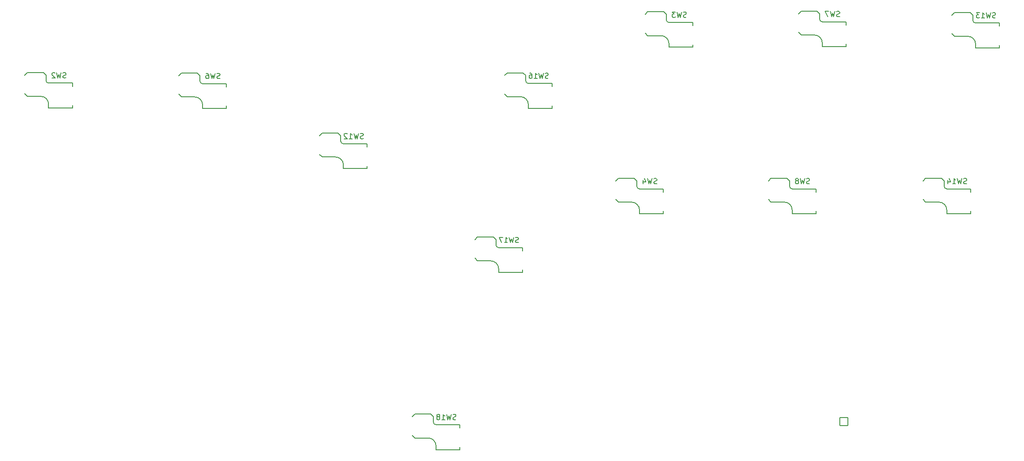
<source format=gbo>
%TF.GenerationSoftware,KiCad,Pcbnew,8.0.1*%
%TF.CreationDate,2024-05-01T14:37:59+02:00*%
%TF.ProjectId,PE2-for-review,5045322d-666f-4722-9d72-65766965772e,rev?*%
%TF.SameCoordinates,Original*%
%TF.FileFunction,Legend,Bot*%
%TF.FilePolarity,Positive*%
%FSLAX46Y46*%
G04 Gerber Fmt 4.6, Leading zero omitted, Abs format (unit mm)*
G04 Created by KiCad (PCBNEW 8.0.1) date 2024-05-01 14:37:59*
%MOMM*%
%LPD*%
G01*
G04 APERTURE LIST*
G04 Aperture macros list*
%AMRoundRect*
0 Rectangle with rounded corners*
0 $1 Rounding radius*
0 $2 $3 $4 $5 $6 $7 $8 $9 X,Y pos of 4 corners*
0 Add a 4 corners polygon primitive as box body*
4,1,4,$2,$3,$4,$5,$6,$7,$8,$9,$2,$3,0*
0 Add four circle primitives for the rounded corners*
1,1,$1+$1,$2,$3*
1,1,$1+$1,$4,$5*
1,1,$1+$1,$6,$7*
1,1,$1+$1,$8,$9*
0 Add four rect primitives between the rounded corners*
20,1,$1+$1,$2,$3,$4,$5,0*
20,1,$1+$1,$4,$5,$6,$7,0*
20,1,$1+$1,$6,$7,$8,$9,0*
20,1,$1+$1,$8,$9,$2,$3,0*%
G04 Aperture macros list end*
%ADD10C,0.150000*%
%ADD11C,1.701800*%
%ADD12C,3.000000*%
%ADD13C,3.429000*%
%ADD14R,2.600000X2.600000*%
%ADD15C,2.032000*%
%ADD16C,6.300000*%
%ADD17C,2.000000*%
%ADD18RoundRect,0.102000X-0.754000X-0.754000X0.754000X-0.754000X0.754000X0.754000X-0.754000X0.754000X0*%
%ADD19C,1.712000*%
%ADD20C,3.204000*%
%ADD21R,1.700000X1.700000*%
%ADD22O,1.700000X1.700000*%
G04 APERTURE END LIST*
D10*
X93098332Y-57957200D02*
X92955475Y-58004819D01*
X92955475Y-58004819D02*
X92717380Y-58004819D01*
X92717380Y-58004819D02*
X92622142Y-57957200D01*
X92622142Y-57957200D02*
X92574523Y-57909580D01*
X92574523Y-57909580D02*
X92526904Y-57814342D01*
X92526904Y-57814342D02*
X92526904Y-57719104D01*
X92526904Y-57719104D02*
X92574523Y-57623866D01*
X92574523Y-57623866D02*
X92622142Y-57576247D01*
X92622142Y-57576247D02*
X92717380Y-57528628D01*
X92717380Y-57528628D02*
X92907856Y-57481009D01*
X92907856Y-57481009D02*
X93003094Y-57433390D01*
X93003094Y-57433390D02*
X93050713Y-57385771D01*
X93050713Y-57385771D02*
X93098332Y-57290533D01*
X93098332Y-57290533D02*
X93098332Y-57195295D01*
X93098332Y-57195295D02*
X93050713Y-57100057D01*
X93050713Y-57100057D02*
X93003094Y-57052438D01*
X93003094Y-57052438D02*
X92907856Y-57004819D01*
X92907856Y-57004819D02*
X92669761Y-57004819D01*
X92669761Y-57004819D02*
X92526904Y-57052438D01*
X92193570Y-57004819D02*
X91955475Y-58004819D01*
X91955475Y-58004819D02*
X91764999Y-57290533D01*
X91764999Y-57290533D02*
X91574523Y-58004819D01*
X91574523Y-58004819D02*
X91336428Y-57004819D01*
X90526904Y-57004819D02*
X90717380Y-57004819D01*
X90717380Y-57004819D02*
X90812618Y-57052438D01*
X90812618Y-57052438D02*
X90860237Y-57100057D01*
X90860237Y-57100057D02*
X90955475Y-57242914D01*
X90955475Y-57242914D02*
X91003094Y-57433390D01*
X91003094Y-57433390D02*
X91003094Y-57814342D01*
X91003094Y-57814342D02*
X90955475Y-57909580D01*
X90955475Y-57909580D02*
X90907856Y-57957200D01*
X90907856Y-57957200D02*
X90812618Y-58004819D01*
X90812618Y-58004819D02*
X90622142Y-58004819D01*
X90622142Y-58004819D02*
X90526904Y-57957200D01*
X90526904Y-57957200D02*
X90479285Y-57909580D01*
X90479285Y-57909580D02*
X90431666Y-57814342D01*
X90431666Y-57814342D02*
X90431666Y-57576247D01*
X90431666Y-57576247D02*
X90479285Y-57481009D01*
X90479285Y-57481009D02*
X90526904Y-57433390D01*
X90526904Y-57433390D02*
X90622142Y-57385771D01*
X90622142Y-57385771D02*
X90812618Y-57385771D01*
X90812618Y-57385771D02*
X90907856Y-57433390D01*
X90907856Y-57433390D02*
X90955475Y-57481009D01*
X90955475Y-57481009D02*
X91003094Y-57576247D01*
X120174523Y-69307200D02*
X120031666Y-69354819D01*
X120031666Y-69354819D02*
X119793571Y-69354819D01*
X119793571Y-69354819D02*
X119698333Y-69307200D01*
X119698333Y-69307200D02*
X119650714Y-69259580D01*
X119650714Y-69259580D02*
X119603095Y-69164342D01*
X119603095Y-69164342D02*
X119603095Y-69069104D01*
X119603095Y-69069104D02*
X119650714Y-68973866D01*
X119650714Y-68973866D02*
X119698333Y-68926247D01*
X119698333Y-68926247D02*
X119793571Y-68878628D01*
X119793571Y-68878628D02*
X119984047Y-68831009D01*
X119984047Y-68831009D02*
X120079285Y-68783390D01*
X120079285Y-68783390D02*
X120126904Y-68735771D01*
X120126904Y-68735771D02*
X120174523Y-68640533D01*
X120174523Y-68640533D02*
X120174523Y-68545295D01*
X120174523Y-68545295D02*
X120126904Y-68450057D01*
X120126904Y-68450057D02*
X120079285Y-68402438D01*
X120079285Y-68402438D02*
X119984047Y-68354819D01*
X119984047Y-68354819D02*
X119745952Y-68354819D01*
X119745952Y-68354819D02*
X119603095Y-68402438D01*
X119269761Y-68354819D02*
X119031666Y-69354819D01*
X119031666Y-69354819D02*
X118841190Y-68640533D01*
X118841190Y-68640533D02*
X118650714Y-69354819D01*
X118650714Y-69354819D02*
X118412619Y-68354819D01*
X117507857Y-69354819D02*
X118079285Y-69354819D01*
X117793571Y-69354819D02*
X117793571Y-68354819D01*
X117793571Y-68354819D02*
X117888809Y-68497676D01*
X117888809Y-68497676D02*
X117984047Y-68592914D01*
X117984047Y-68592914D02*
X118079285Y-68640533D01*
X117126904Y-68450057D02*
X117079285Y-68402438D01*
X117079285Y-68402438D02*
X116984047Y-68354819D01*
X116984047Y-68354819D02*
X116745952Y-68354819D01*
X116745952Y-68354819D02*
X116650714Y-68402438D01*
X116650714Y-68402438D02*
X116603095Y-68450057D01*
X116603095Y-68450057D02*
X116555476Y-68545295D01*
X116555476Y-68545295D02*
X116555476Y-68640533D01*
X116555476Y-68640533D02*
X116603095Y-68783390D01*
X116603095Y-68783390D02*
X117174523Y-69354819D01*
X117174523Y-69354819D02*
X116555476Y-69354819D01*
X137674523Y-122407200D02*
X137531666Y-122454819D01*
X137531666Y-122454819D02*
X137293571Y-122454819D01*
X137293571Y-122454819D02*
X137198333Y-122407200D01*
X137198333Y-122407200D02*
X137150714Y-122359580D01*
X137150714Y-122359580D02*
X137103095Y-122264342D01*
X137103095Y-122264342D02*
X137103095Y-122169104D01*
X137103095Y-122169104D02*
X137150714Y-122073866D01*
X137150714Y-122073866D02*
X137198333Y-122026247D01*
X137198333Y-122026247D02*
X137293571Y-121978628D01*
X137293571Y-121978628D02*
X137484047Y-121931009D01*
X137484047Y-121931009D02*
X137579285Y-121883390D01*
X137579285Y-121883390D02*
X137626904Y-121835771D01*
X137626904Y-121835771D02*
X137674523Y-121740533D01*
X137674523Y-121740533D02*
X137674523Y-121645295D01*
X137674523Y-121645295D02*
X137626904Y-121550057D01*
X137626904Y-121550057D02*
X137579285Y-121502438D01*
X137579285Y-121502438D02*
X137484047Y-121454819D01*
X137484047Y-121454819D02*
X137245952Y-121454819D01*
X137245952Y-121454819D02*
X137103095Y-121502438D01*
X136769761Y-121454819D02*
X136531666Y-122454819D01*
X136531666Y-122454819D02*
X136341190Y-121740533D01*
X136341190Y-121740533D02*
X136150714Y-122454819D01*
X136150714Y-122454819D02*
X135912619Y-121454819D01*
X135007857Y-122454819D02*
X135579285Y-122454819D01*
X135293571Y-122454819D02*
X135293571Y-121454819D01*
X135293571Y-121454819D02*
X135388809Y-121597676D01*
X135388809Y-121597676D02*
X135484047Y-121692914D01*
X135484047Y-121692914D02*
X135579285Y-121740533D01*
X134436428Y-121883390D02*
X134531666Y-121835771D01*
X134531666Y-121835771D02*
X134579285Y-121788152D01*
X134579285Y-121788152D02*
X134626904Y-121692914D01*
X134626904Y-121692914D02*
X134626904Y-121645295D01*
X134626904Y-121645295D02*
X134579285Y-121550057D01*
X134579285Y-121550057D02*
X134531666Y-121502438D01*
X134531666Y-121502438D02*
X134436428Y-121454819D01*
X134436428Y-121454819D02*
X134245952Y-121454819D01*
X134245952Y-121454819D02*
X134150714Y-121502438D01*
X134150714Y-121502438D02*
X134103095Y-121550057D01*
X134103095Y-121550057D02*
X134055476Y-121645295D01*
X134055476Y-121645295D02*
X134055476Y-121692914D01*
X134055476Y-121692914D02*
X134103095Y-121788152D01*
X134103095Y-121788152D02*
X134150714Y-121835771D01*
X134150714Y-121835771D02*
X134245952Y-121883390D01*
X134245952Y-121883390D02*
X134436428Y-121883390D01*
X134436428Y-121883390D02*
X134531666Y-121931009D01*
X134531666Y-121931009D02*
X134579285Y-121978628D01*
X134579285Y-121978628D02*
X134626904Y-122073866D01*
X134626904Y-122073866D02*
X134626904Y-122264342D01*
X134626904Y-122264342D02*
X134579285Y-122359580D01*
X134579285Y-122359580D02*
X134531666Y-122407200D01*
X134531666Y-122407200D02*
X134436428Y-122454819D01*
X134436428Y-122454819D02*
X134245952Y-122454819D01*
X134245952Y-122454819D02*
X134150714Y-122407200D01*
X134150714Y-122407200D02*
X134103095Y-122359580D01*
X134103095Y-122359580D02*
X134055476Y-122264342D01*
X134055476Y-122264342D02*
X134055476Y-122073866D01*
X134055476Y-122073866D02*
X134103095Y-121978628D01*
X134103095Y-121978628D02*
X134150714Y-121931009D01*
X134150714Y-121931009D02*
X134245952Y-121883390D01*
X155114523Y-57897200D02*
X154971666Y-57944819D01*
X154971666Y-57944819D02*
X154733571Y-57944819D01*
X154733571Y-57944819D02*
X154638333Y-57897200D01*
X154638333Y-57897200D02*
X154590714Y-57849580D01*
X154590714Y-57849580D02*
X154543095Y-57754342D01*
X154543095Y-57754342D02*
X154543095Y-57659104D01*
X154543095Y-57659104D02*
X154590714Y-57563866D01*
X154590714Y-57563866D02*
X154638333Y-57516247D01*
X154638333Y-57516247D02*
X154733571Y-57468628D01*
X154733571Y-57468628D02*
X154924047Y-57421009D01*
X154924047Y-57421009D02*
X155019285Y-57373390D01*
X155019285Y-57373390D02*
X155066904Y-57325771D01*
X155066904Y-57325771D02*
X155114523Y-57230533D01*
X155114523Y-57230533D02*
X155114523Y-57135295D01*
X155114523Y-57135295D02*
X155066904Y-57040057D01*
X155066904Y-57040057D02*
X155019285Y-56992438D01*
X155019285Y-56992438D02*
X154924047Y-56944819D01*
X154924047Y-56944819D02*
X154685952Y-56944819D01*
X154685952Y-56944819D02*
X154543095Y-56992438D01*
X154209761Y-56944819D02*
X153971666Y-57944819D01*
X153971666Y-57944819D02*
X153781190Y-57230533D01*
X153781190Y-57230533D02*
X153590714Y-57944819D01*
X153590714Y-57944819D02*
X153352619Y-56944819D01*
X152447857Y-57944819D02*
X153019285Y-57944819D01*
X152733571Y-57944819D02*
X152733571Y-56944819D01*
X152733571Y-56944819D02*
X152828809Y-57087676D01*
X152828809Y-57087676D02*
X152924047Y-57182914D01*
X152924047Y-57182914D02*
X153019285Y-57230533D01*
X151590714Y-56944819D02*
X151781190Y-56944819D01*
X151781190Y-56944819D02*
X151876428Y-56992438D01*
X151876428Y-56992438D02*
X151924047Y-57040057D01*
X151924047Y-57040057D02*
X152019285Y-57182914D01*
X152019285Y-57182914D02*
X152066904Y-57373390D01*
X152066904Y-57373390D02*
X152066904Y-57754342D01*
X152066904Y-57754342D02*
X152019285Y-57849580D01*
X152019285Y-57849580D02*
X151971666Y-57897200D01*
X151971666Y-57897200D02*
X151876428Y-57944819D01*
X151876428Y-57944819D02*
X151685952Y-57944819D01*
X151685952Y-57944819D02*
X151590714Y-57897200D01*
X151590714Y-57897200D02*
X151543095Y-57849580D01*
X151543095Y-57849580D02*
X151495476Y-57754342D01*
X151495476Y-57754342D02*
X151495476Y-57516247D01*
X151495476Y-57516247D02*
X151543095Y-57421009D01*
X151543095Y-57421009D02*
X151590714Y-57373390D01*
X151590714Y-57373390D02*
X151685952Y-57325771D01*
X151685952Y-57325771D02*
X151876428Y-57325771D01*
X151876428Y-57325771D02*
X151971666Y-57373390D01*
X151971666Y-57373390D02*
X152019285Y-57421009D01*
X152019285Y-57421009D02*
X152066904Y-57516247D01*
X181198332Y-46367200D02*
X181055475Y-46414819D01*
X181055475Y-46414819D02*
X180817380Y-46414819D01*
X180817380Y-46414819D02*
X180722142Y-46367200D01*
X180722142Y-46367200D02*
X180674523Y-46319580D01*
X180674523Y-46319580D02*
X180626904Y-46224342D01*
X180626904Y-46224342D02*
X180626904Y-46129104D01*
X180626904Y-46129104D02*
X180674523Y-46033866D01*
X180674523Y-46033866D02*
X180722142Y-45986247D01*
X180722142Y-45986247D02*
X180817380Y-45938628D01*
X180817380Y-45938628D02*
X181007856Y-45891009D01*
X181007856Y-45891009D02*
X181103094Y-45843390D01*
X181103094Y-45843390D02*
X181150713Y-45795771D01*
X181150713Y-45795771D02*
X181198332Y-45700533D01*
X181198332Y-45700533D02*
X181198332Y-45605295D01*
X181198332Y-45605295D02*
X181150713Y-45510057D01*
X181150713Y-45510057D02*
X181103094Y-45462438D01*
X181103094Y-45462438D02*
X181007856Y-45414819D01*
X181007856Y-45414819D02*
X180769761Y-45414819D01*
X180769761Y-45414819D02*
X180626904Y-45462438D01*
X180293570Y-45414819D02*
X180055475Y-46414819D01*
X180055475Y-46414819D02*
X179864999Y-45700533D01*
X179864999Y-45700533D02*
X179674523Y-46414819D01*
X179674523Y-46414819D02*
X179436428Y-45414819D01*
X179150713Y-45414819D02*
X178531666Y-45414819D01*
X178531666Y-45414819D02*
X178864999Y-45795771D01*
X178864999Y-45795771D02*
X178722142Y-45795771D01*
X178722142Y-45795771D02*
X178626904Y-45843390D01*
X178626904Y-45843390D02*
X178579285Y-45891009D01*
X178579285Y-45891009D02*
X178531666Y-45986247D01*
X178531666Y-45986247D02*
X178531666Y-46224342D01*
X178531666Y-46224342D02*
X178579285Y-46319580D01*
X178579285Y-46319580D02*
X178626904Y-46367200D01*
X178626904Y-46367200D02*
X178722142Y-46414819D01*
X178722142Y-46414819D02*
X179007856Y-46414819D01*
X179007856Y-46414819D02*
X179103094Y-46367200D01*
X179103094Y-46367200D02*
X179150713Y-46319580D01*
X210168332Y-46247200D02*
X210025475Y-46294819D01*
X210025475Y-46294819D02*
X209787380Y-46294819D01*
X209787380Y-46294819D02*
X209692142Y-46247200D01*
X209692142Y-46247200D02*
X209644523Y-46199580D01*
X209644523Y-46199580D02*
X209596904Y-46104342D01*
X209596904Y-46104342D02*
X209596904Y-46009104D01*
X209596904Y-46009104D02*
X209644523Y-45913866D01*
X209644523Y-45913866D02*
X209692142Y-45866247D01*
X209692142Y-45866247D02*
X209787380Y-45818628D01*
X209787380Y-45818628D02*
X209977856Y-45771009D01*
X209977856Y-45771009D02*
X210073094Y-45723390D01*
X210073094Y-45723390D02*
X210120713Y-45675771D01*
X210120713Y-45675771D02*
X210168332Y-45580533D01*
X210168332Y-45580533D02*
X210168332Y-45485295D01*
X210168332Y-45485295D02*
X210120713Y-45390057D01*
X210120713Y-45390057D02*
X210073094Y-45342438D01*
X210073094Y-45342438D02*
X209977856Y-45294819D01*
X209977856Y-45294819D02*
X209739761Y-45294819D01*
X209739761Y-45294819D02*
X209596904Y-45342438D01*
X209263570Y-45294819D02*
X209025475Y-46294819D01*
X209025475Y-46294819D02*
X208834999Y-45580533D01*
X208834999Y-45580533D02*
X208644523Y-46294819D01*
X208644523Y-46294819D02*
X208406428Y-45294819D01*
X208120713Y-45294819D02*
X207454047Y-45294819D01*
X207454047Y-45294819D02*
X207882618Y-46294819D01*
X239614523Y-46487200D02*
X239471666Y-46534819D01*
X239471666Y-46534819D02*
X239233571Y-46534819D01*
X239233571Y-46534819D02*
X239138333Y-46487200D01*
X239138333Y-46487200D02*
X239090714Y-46439580D01*
X239090714Y-46439580D02*
X239043095Y-46344342D01*
X239043095Y-46344342D02*
X239043095Y-46249104D01*
X239043095Y-46249104D02*
X239090714Y-46153866D01*
X239090714Y-46153866D02*
X239138333Y-46106247D01*
X239138333Y-46106247D02*
X239233571Y-46058628D01*
X239233571Y-46058628D02*
X239424047Y-46011009D01*
X239424047Y-46011009D02*
X239519285Y-45963390D01*
X239519285Y-45963390D02*
X239566904Y-45915771D01*
X239566904Y-45915771D02*
X239614523Y-45820533D01*
X239614523Y-45820533D02*
X239614523Y-45725295D01*
X239614523Y-45725295D02*
X239566904Y-45630057D01*
X239566904Y-45630057D02*
X239519285Y-45582438D01*
X239519285Y-45582438D02*
X239424047Y-45534819D01*
X239424047Y-45534819D02*
X239185952Y-45534819D01*
X239185952Y-45534819D02*
X239043095Y-45582438D01*
X238709761Y-45534819D02*
X238471666Y-46534819D01*
X238471666Y-46534819D02*
X238281190Y-45820533D01*
X238281190Y-45820533D02*
X238090714Y-46534819D01*
X238090714Y-46534819D02*
X237852619Y-45534819D01*
X236947857Y-46534819D02*
X237519285Y-46534819D01*
X237233571Y-46534819D02*
X237233571Y-45534819D01*
X237233571Y-45534819D02*
X237328809Y-45677676D01*
X237328809Y-45677676D02*
X237424047Y-45772914D01*
X237424047Y-45772914D02*
X237519285Y-45820533D01*
X236614523Y-45534819D02*
X235995476Y-45534819D01*
X235995476Y-45534819D02*
X236328809Y-45915771D01*
X236328809Y-45915771D02*
X236185952Y-45915771D01*
X236185952Y-45915771D02*
X236090714Y-45963390D01*
X236090714Y-45963390D02*
X236043095Y-46011009D01*
X236043095Y-46011009D02*
X235995476Y-46106247D01*
X235995476Y-46106247D02*
X235995476Y-46344342D01*
X235995476Y-46344342D02*
X236043095Y-46439580D01*
X236043095Y-46439580D02*
X236090714Y-46487200D01*
X236090714Y-46487200D02*
X236185952Y-46534819D01*
X236185952Y-46534819D02*
X236471666Y-46534819D01*
X236471666Y-46534819D02*
X236566904Y-46487200D01*
X236566904Y-46487200D02*
X236614523Y-46439580D01*
X149504523Y-88937200D02*
X149361666Y-88984819D01*
X149361666Y-88984819D02*
X149123571Y-88984819D01*
X149123571Y-88984819D02*
X149028333Y-88937200D01*
X149028333Y-88937200D02*
X148980714Y-88889580D01*
X148980714Y-88889580D02*
X148933095Y-88794342D01*
X148933095Y-88794342D02*
X148933095Y-88699104D01*
X148933095Y-88699104D02*
X148980714Y-88603866D01*
X148980714Y-88603866D02*
X149028333Y-88556247D01*
X149028333Y-88556247D02*
X149123571Y-88508628D01*
X149123571Y-88508628D02*
X149314047Y-88461009D01*
X149314047Y-88461009D02*
X149409285Y-88413390D01*
X149409285Y-88413390D02*
X149456904Y-88365771D01*
X149456904Y-88365771D02*
X149504523Y-88270533D01*
X149504523Y-88270533D02*
X149504523Y-88175295D01*
X149504523Y-88175295D02*
X149456904Y-88080057D01*
X149456904Y-88080057D02*
X149409285Y-88032438D01*
X149409285Y-88032438D02*
X149314047Y-87984819D01*
X149314047Y-87984819D02*
X149075952Y-87984819D01*
X149075952Y-87984819D02*
X148933095Y-88032438D01*
X148599761Y-87984819D02*
X148361666Y-88984819D01*
X148361666Y-88984819D02*
X148171190Y-88270533D01*
X148171190Y-88270533D02*
X147980714Y-88984819D01*
X147980714Y-88984819D02*
X147742619Y-87984819D01*
X146837857Y-88984819D02*
X147409285Y-88984819D01*
X147123571Y-88984819D02*
X147123571Y-87984819D01*
X147123571Y-87984819D02*
X147218809Y-88127676D01*
X147218809Y-88127676D02*
X147314047Y-88222914D01*
X147314047Y-88222914D02*
X147409285Y-88270533D01*
X146504523Y-87984819D02*
X145837857Y-87984819D01*
X145837857Y-87984819D02*
X146266428Y-88984819D01*
X175638332Y-77827200D02*
X175495475Y-77874819D01*
X175495475Y-77874819D02*
X175257380Y-77874819D01*
X175257380Y-77874819D02*
X175162142Y-77827200D01*
X175162142Y-77827200D02*
X175114523Y-77779580D01*
X175114523Y-77779580D02*
X175066904Y-77684342D01*
X175066904Y-77684342D02*
X175066904Y-77589104D01*
X175066904Y-77589104D02*
X175114523Y-77493866D01*
X175114523Y-77493866D02*
X175162142Y-77446247D01*
X175162142Y-77446247D02*
X175257380Y-77398628D01*
X175257380Y-77398628D02*
X175447856Y-77351009D01*
X175447856Y-77351009D02*
X175543094Y-77303390D01*
X175543094Y-77303390D02*
X175590713Y-77255771D01*
X175590713Y-77255771D02*
X175638332Y-77160533D01*
X175638332Y-77160533D02*
X175638332Y-77065295D01*
X175638332Y-77065295D02*
X175590713Y-76970057D01*
X175590713Y-76970057D02*
X175543094Y-76922438D01*
X175543094Y-76922438D02*
X175447856Y-76874819D01*
X175447856Y-76874819D02*
X175209761Y-76874819D01*
X175209761Y-76874819D02*
X175066904Y-76922438D01*
X174733570Y-76874819D02*
X174495475Y-77874819D01*
X174495475Y-77874819D02*
X174304999Y-77160533D01*
X174304999Y-77160533D02*
X174114523Y-77874819D01*
X174114523Y-77874819D02*
X173876428Y-76874819D01*
X173066904Y-77208152D02*
X173066904Y-77874819D01*
X173304999Y-76827200D02*
X173543094Y-77541485D01*
X173543094Y-77541485D02*
X172924047Y-77541485D01*
X204488332Y-77827200D02*
X204345475Y-77874819D01*
X204345475Y-77874819D02*
X204107380Y-77874819D01*
X204107380Y-77874819D02*
X204012142Y-77827200D01*
X204012142Y-77827200D02*
X203964523Y-77779580D01*
X203964523Y-77779580D02*
X203916904Y-77684342D01*
X203916904Y-77684342D02*
X203916904Y-77589104D01*
X203916904Y-77589104D02*
X203964523Y-77493866D01*
X203964523Y-77493866D02*
X204012142Y-77446247D01*
X204012142Y-77446247D02*
X204107380Y-77398628D01*
X204107380Y-77398628D02*
X204297856Y-77351009D01*
X204297856Y-77351009D02*
X204393094Y-77303390D01*
X204393094Y-77303390D02*
X204440713Y-77255771D01*
X204440713Y-77255771D02*
X204488332Y-77160533D01*
X204488332Y-77160533D02*
X204488332Y-77065295D01*
X204488332Y-77065295D02*
X204440713Y-76970057D01*
X204440713Y-76970057D02*
X204393094Y-76922438D01*
X204393094Y-76922438D02*
X204297856Y-76874819D01*
X204297856Y-76874819D02*
X204059761Y-76874819D01*
X204059761Y-76874819D02*
X203916904Y-76922438D01*
X203583570Y-76874819D02*
X203345475Y-77874819D01*
X203345475Y-77874819D02*
X203154999Y-77160533D01*
X203154999Y-77160533D02*
X202964523Y-77874819D01*
X202964523Y-77874819D02*
X202726428Y-76874819D01*
X202202618Y-77303390D02*
X202297856Y-77255771D01*
X202297856Y-77255771D02*
X202345475Y-77208152D01*
X202345475Y-77208152D02*
X202393094Y-77112914D01*
X202393094Y-77112914D02*
X202393094Y-77065295D01*
X202393094Y-77065295D02*
X202345475Y-76970057D01*
X202345475Y-76970057D02*
X202297856Y-76922438D01*
X202297856Y-76922438D02*
X202202618Y-76874819D01*
X202202618Y-76874819D02*
X202012142Y-76874819D01*
X202012142Y-76874819D02*
X201916904Y-76922438D01*
X201916904Y-76922438D02*
X201869285Y-76970057D01*
X201869285Y-76970057D02*
X201821666Y-77065295D01*
X201821666Y-77065295D02*
X201821666Y-77112914D01*
X201821666Y-77112914D02*
X201869285Y-77208152D01*
X201869285Y-77208152D02*
X201916904Y-77255771D01*
X201916904Y-77255771D02*
X202012142Y-77303390D01*
X202012142Y-77303390D02*
X202202618Y-77303390D01*
X202202618Y-77303390D02*
X202297856Y-77351009D01*
X202297856Y-77351009D02*
X202345475Y-77398628D01*
X202345475Y-77398628D02*
X202393094Y-77493866D01*
X202393094Y-77493866D02*
X202393094Y-77684342D01*
X202393094Y-77684342D02*
X202345475Y-77779580D01*
X202345475Y-77779580D02*
X202297856Y-77827200D01*
X202297856Y-77827200D02*
X202202618Y-77874819D01*
X202202618Y-77874819D02*
X202012142Y-77874819D01*
X202012142Y-77874819D02*
X201916904Y-77827200D01*
X201916904Y-77827200D02*
X201869285Y-77779580D01*
X201869285Y-77779580D02*
X201821666Y-77684342D01*
X201821666Y-77684342D02*
X201821666Y-77493866D01*
X201821666Y-77493866D02*
X201869285Y-77398628D01*
X201869285Y-77398628D02*
X201916904Y-77351009D01*
X201916904Y-77351009D02*
X202012142Y-77303390D01*
X234174523Y-77827200D02*
X234031666Y-77874819D01*
X234031666Y-77874819D02*
X233793571Y-77874819D01*
X233793571Y-77874819D02*
X233698333Y-77827200D01*
X233698333Y-77827200D02*
X233650714Y-77779580D01*
X233650714Y-77779580D02*
X233603095Y-77684342D01*
X233603095Y-77684342D02*
X233603095Y-77589104D01*
X233603095Y-77589104D02*
X233650714Y-77493866D01*
X233650714Y-77493866D02*
X233698333Y-77446247D01*
X233698333Y-77446247D02*
X233793571Y-77398628D01*
X233793571Y-77398628D02*
X233984047Y-77351009D01*
X233984047Y-77351009D02*
X234079285Y-77303390D01*
X234079285Y-77303390D02*
X234126904Y-77255771D01*
X234126904Y-77255771D02*
X234174523Y-77160533D01*
X234174523Y-77160533D02*
X234174523Y-77065295D01*
X234174523Y-77065295D02*
X234126904Y-76970057D01*
X234126904Y-76970057D02*
X234079285Y-76922438D01*
X234079285Y-76922438D02*
X233984047Y-76874819D01*
X233984047Y-76874819D02*
X233745952Y-76874819D01*
X233745952Y-76874819D02*
X233603095Y-76922438D01*
X233269761Y-76874819D02*
X233031666Y-77874819D01*
X233031666Y-77874819D02*
X232841190Y-77160533D01*
X232841190Y-77160533D02*
X232650714Y-77874819D01*
X232650714Y-77874819D02*
X232412619Y-76874819D01*
X231507857Y-77874819D02*
X232079285Y-77874819D01*
X231793571Y-77874819D02*
X231793571Y-76874819D01*
X231793571Y-76874819D02*
X231888809Y-77017676D01*
X231888809Y-77017676D02*
X231984047Y-77112914D01*
X231984047Y-77112914D02*
X232079285Y-77160533D01*
X230650714Y-77208152D02*
X230650714Y-77874819D01*
X230888809Y-76827200D02*
X231126904Y-77541485D01*
X231126904Y-77541485D02*
X230507857Y-77541485D01*
X64003332Y-57837200D02*
X63860475Y-57884819D01*
X63860475Y-57884819D02*
X63622380Y-57884819D01*
X63622380Y-57884819D02*
X63527142Y-57837200D01*
X63527142Y-57837200D02*
X63479523Y-57789580D01*
X63479523Y-57789580D02*
X63431904Y-57694342D01*
X63431904Y-57694342D02*
X63431904Y-57599104D01*
X63431904Y-57599104D02*
X63479523Y-57503866D01*
X63479523Y-57503866D02*
X63527142Y-57456247D01*
X63527142Y-57456247D02*
X63622380Y-57408628D01*
X63622380Y-57408628D02*
X63812856Y-57361009D01*
X63812856Y-57361009D02*
X63908094Y-57313390D01*
X63908094Y-57313390D02*
X63955713Y-57265771D01*
X63955713Y-57265771D02*
X64003332Y-57170533D01*
X64003332Y-57170533D02*
X64003332Y-57075295D01*
X64003332Y-57075295D02*
X63955713Y-56980057D01*
X63955713Y-56980057D02*
X63908094Y-56932438D01*
X63908094Y-56932438D02*
X63812856Y-56884819D01*
X63812856Y-56884819D02*
X63574761Y-56884819D01*
X63574761Y-56884819D02*
X63431904Y-56932438D01*
X63098570Y-56884819D02*
X62860475Y-57884819D01*
X62860475Y-57884819D02*
X62669999Y-57170533D01*
X62669999Y-57170533D02*
X62479523Y-57884819D01*
X62479523Y-57884819D02*
X62241428Y-56884819D01*
X61908094Y-56980057D02*
X61860475Y-56932438D01*
X61860475Y-56932438D02*
X61765237Y-56884819D01*
X61765237Y-56884819D02*
X61527142Y-56884819D01*
X61527142Y-56884819D02*
X61431904Y-56932438D01*
X61431904Y-56932438D02*
X61384285Y-56980057D01*
X61384285Y-56980057D02*
X61336666Y-57075295D01*
X61336666Y-57075295D02*
X61336666Y-57170533D01*
X61336666Y-57170533D02*
X61384285Y-57313390D01*
X61384285Y-57313390D02*
X61955713Y-57884819D01*
X61955713Y-57884819D02*
X61336666Y-57884819D01*
X85320000Y-57470000D02*
X85820000Y-56970000D01*
X85320000Y-60970000D02*
X85820000Y-61470000D01*
X85820000Y-56970000D02*
X88820000Y-56970000D01*
X85820000Y-61470000D02*
X88320000Y-61470000D01*
X88820000Y-56970000D02*
X89320000Y-57470000D01*
X89320000Y-58470000D02*
X89320000Y-57470000D01*
X89820000Y-62970000D02*
X89820000Y-63670000D01*
X89820000Y-63670000D02*
X94320000Y-63670000D01*
X94320000Y-58970000D02*
X89820000Y-58970000D01*
X94320000Y-59570000D02*
X94320000Y-58970000D01*
X94320000Y-63670000D02*
X94320000Y-63170000D01*
X88320000Y-61470000D02*
G75*
G02*
X89820000Y-62970000I0J-1500000D01*
G01*
X89820000Y-58970000D02*
G75*
G02*
X89320000Y-58470000I0J500000D01*
G01*
X111920000Y-68820000D02*
X112420000Y-68320000D01*
X111920000Y-72320000D02*
X112420000Y-72820000D01*
X112420000Y-68320000D02*
X115420000Y-68320000D01*
X112420000Y-72820000D02*
X114920000Y-72820000D01*
X115420000Y-68320000D02*
X115920000Y-68820000D01*
X115920000Y-69820000D02*
X115920000Y-68820000D01*
X116420000Y-74320000D02*
X116420000Y-75020000D01*
X116420000Y-75020000D02*
X120920000Y-75020000D01*
X120920000Y-70320000D02*
X116420000Y-70320000D01*
X120920000Y-70920000D02*
X120920000Y-70320000D01*
X120920000Y-75020000D02*
X120920000Y-74520000D01*
X114920000Y-72820000D02*
G75*
G02*
X116420000Y-74320000I0J-1500000D01*
G01*
X116420000Y-70320000D02*
G75*
G02*
X115920000Y-69820000I0J500000D01*
G01*
X129420000Y-121920000D02*
X129920000Y-121420000D01*
X129420000Y-125420000D02*
X129920000Y-125920000D01*
X129920000Y-121420000D02*
X132920000Y-121420000D01*
X129920000Y-125920000D02*
X132420000Y-125920000D01*
X132920000Y-121420000D02*
X133420000Y-121920000D01*
X133420000Y-122920000D02*
X133420000Y-121920000D01*
X133920000Y-127420000D02*
X133920000Y-128120000D01*
X133920000Y-128120000D02*
X138420000Y-128120000D01*
X138420000Y-123420000D02*
X133920000Y-123420000D01*
X138420000Y-124020000D02*
X138420000Y-123420000D01*
X138420000Y-128120000D02*
X138420000Y-127620000D01*
X132420000Y-125920000D02*
G75*
G02*
X133920000Y-127420000I0J-1500000D01*
G01*
X133920000Y-123420000D02*
G75*
G02*
X133420000Y-122920000I0J500000D01*
G01*
X146860000Y-57410000D02*
X147360000Y-56910000D01*
X146860000Y-60910000D02*
X147360000Y-61410000D01*
X147360000Y-56910000D02*
X150360000Y-56910000D01*
X147360000Y-61410000D02*
X149860000Y-61410000D01*
X150360000Y-56910000D02*
X150860000Y-57410000D01*
X150860000Y-58410000D02*
X150860000Y-57410000D01*
X151360000Y-62910000D02*
X151360000Y-63610000D01*
X151360000Y-63610000D02*
X155860000Y-63610000D01*
X155860000Y-58910000D02*
X151360000Y-58910000D01*
X155860000Y-59510000D02*
X155860000Y-58910000D01*
X155860000Y-63610000D02*
X155860000Y-63110000D01*
X149860000Y-61410000D02*
G75*
G02*
X151360000Y-62910000I0J-1500000D01*
G01*
X151360000Y-58910000D02*
G75*
G02*
X150860000Y-58410000I0J500000D01*
G01*
X173420000Y-45880000D02*
X173920000Y-45380000D01*
X173420000Y-49380000D02*
X173920000Y-49880000D01*
X173920000Y-45380000D02*
X176920000Y-45380000D01*
X173920000Y-49880000D02*
X176420000Y-49880000D01*
X176920000Y-45380000D02*
X177420000Y-45880000D01*
X177420000Y-46880000D02*
X177420000Y-45880000D01*
X177920000Y-51380000D02*
X177920000Y-52080000D01*
X177920000Y-52080000D02*
X182420000Y-52080000D01*
X182420000Y-47380000D02*
X177920000Y-47380000D01*
X182420000Y-47980000D02*
X182420000Y-47380000D01*
X182420000Y-52080000D02*
X182420000Y-51580000D01*
X176420000Y-49880000D02*
G75*
G02*
X177920000Y-51380000I0J-1500000D01*
G01*
X177920000Y-47380000D02*
G75*
G02*
X177420000Y-46880000I0J500000D01*
G01*
X202390000Y-45760000D02*
X202890000Y-45260000D01*
X202390000Y-49260000D02*
X202890000Y-49760000D01*
X202890000Y-45260000D02*
X205890000Y-45260000D01*
X202890000Y-49760000D02*
X205390000Y-49760000D01*
X205890000Y-45260000D02*
X206390000Y-45760000D01*
X206390000Y-46760000D02*
X206390000Y-45760000D01*
X206890000Y-51260000D02*
X206890000Y-51960000D01*
X206890000Y-51960000D02*
X211390000Y-51960000D01*
X211390000Y-47260000D02*
X206890000Y-47260000D01*
X211390000Y-47860000D02*
X211390000Y-47260000D01*
X211390000Y-51960000D02*
X211390000Y-51460000D01*
X205390000Y-49760000D02*
G75*
G02*
X206890000Y-51260000I0J-1500000D01*
G01*
X206890000Y-47260000D02*
G75*
G02*
X206390000Y-46760000I0J500000D01*
G01*
X231360000Y-46000000D02*
X231860000Y-45500000D01*
X231360000Y-49500000D02*
X231860000Y-50000000D01*
X231860000Y-45500000D02*
X234860000Y-45500000D01*
X231860000Y-50000000D02*
X234360000Y-50000000D01*
X234860000Y-45500000D02*
X235360000Y-46000000D01*
X235360000Y-47000000D02*
X235360000Y-46000000D01*
X235860000Y-51500000D02*
X235860000Y-52200000D01*
X235860000Y-52200000D02*
X240360000Y-52200000D01*
X240360000Y-47500000D02*
X235860000Y-47500000D01*
X240360000Y-48100000D02*
X240360000Y-47500000D01*
X240360000Y-52200000D02*
X240360000Y-51700000D01*
X234360000Y-50000000D02*
G75*
G02*
X235860000Y-51500000I0J-1500000D01*
G01*
X235860000Y-47500000D02*
G75*
G02*
X235360000Y-47000000I0J500000D01*
G01*
X141250000Y-88450000D02*
X141750000Y-87950000D01*
X141250000Y-91950000D02*
X141750000Y-92450000D01*
X141750000Y-87950000D02*
X144750000Y-87950000D01*
X141750000Y-92450000D02*
X144250000Y-92450000D01*
X144750000Y-87950000D02*
X145250000Y-88450000D01*
X145250000Y-89450000D02*
X145250000Y-88450000D01*
X145750000Y-93950000D02*
X145750000Y-94650000D01*
X145750000Y-94650000D02*
X150250000Y-94650000D01*
X150250000Y-89950000D02*
X145750000Y-89950000D01*
X150250000Y-90550000D02*
X150250000Y-89950000D01*
X150250000Y-94650000D02*
X150250000Y-94150000D01*
X144250000Y-92450000D02*
G75*
G02*
X145750000Y-93950000I0J-1500000D01*
G01*
X145750000Y-89950000D02*
G75*
G02*
X145250000Y-89450000I0J500000D01*
G01*
X167860000Y-77340000D02*
X168360000Y-76840000D01*
X167860000Y-80840000D02*
X168360000Y-81340000D01*
X168360000Y-76840000D02*
X171360000Y-76840000D01*
X168360000Y-81340000D02*
X170860000Y-81340000D01*
X171360000Y-76840000D02*
X171860000Y-77340000D01*
X171860000Y-78340000D02*
X171860000Y-77340000D01*
X172360000Y-82840000D02*
X172360000Y-83540000D01*
X172360000Y-83540000D02*
X176860000Y-83540000D01*
X176860000Y-78840000D02*
X172360000Y-78840000D01*
X176860000Y-79440000D02*
X176860000Y-78840000D01*
X176860000Y-83540000D02*
X176860000Y-83040000D01*
X170860000Y-81340000D02*
G75*
G02*
X172360000Y-82840000I0J-1500000D01*
G01*
X172360000Y-78840000D02*
G75*
G02*
X171860000Y-78340000I0J500000D01*
G01*
X196710000Y-77340000D02*
X197210000Y-76840000D01*
X196710000Y-80840000D02*
X197210000Y-81340000D01*
X197210000Y-76840000D02*
X200210000Y-76840000D01*
X197210000Y-81340000D02*
X199710000Y-81340000D01*
X200210000Y-76840000D02*
X200710000Y-77340000D01*
X200710000Y-78340000D02*
X200710000Y-77340000D01*
X201210000Y-82840000D02*
X201210000Y-83540000D01*
X201210000Y-83540000D02*
X205710000Y-83540000D01*
X205710000Y-78840000D02*
X201210000Y-78840000D01*
X205710000Y-79440000D02*
X205710000Y-78840000D01*
X205710000Y-83540000D02*
X205710000Y-83040000D01*
X199710000Y-81340000D02*
G75*
G02*
X201210000Y-82840000I0J-1500000D01*
G01*
X201210000Y-78840000D02*
G75*
G02*
X200710000Y-78340000I0J500000D01*
G01*
X225920000Y-77340000D02*
X226420000Y-76840000D01*
X225920000Y-80840000D02*
X226420000Y-81340000D01*
X226420000Y-76840000D02*
X229420000Y-76840000D01*
X226420000Y-81340000D02*
X228920000Y-81340000D01*
X229420000Y-76840000D02*
X229920000Y-77340000D01*
X229920000Y-78340000D02*
X229920000Y-77340000D01*
X230420000Y-82840000D02*
X230420000Y-83540000D01*
X230420000Y-83540000D02*
X234920000Y-83540000D01*
X234920000Y-78840000D02*
X230420000Y-78840000D01*
X234920000Y-79440000D02*
X234920000Y-78840000D01*
X234920000Y-83540000D02*
X234920000Y-83040000D01*
X228920000Y-81340000D02*
G75*
G02*
X230420000Y-82840000I0J-1500000D01*
G01*
X230420000Y-78840000D02*
G75*
G02*
X229920000Y-78340000I0J500000D01*
G01*
X56225000Y-57350000D02*
X56725000Y-56850000D01*
X56225000Y-60850000D02*
X56725000Y-61350000D01*
X56725000Y-56850000D02*
X59725000Y-56850000D01*
X56725000Y-61350000D02*
X59225000Y-61350000D01*
X59725000Y-56850000D02*
X60225000Y-57350000D01*
X60225000Y-58350000D02*
X60225000Y-57350000D01*
X60725000Y-62850000D02*
X60725000Y-63550000D01*
X60725000Y-63550000D02*
X65225000Y-63550000D01*
X65225000Y-58850000D02*
X60725000Y-58850000D01*
X65225000Y-59450000D02*
X65225000Y-58850000D01*
X65225000Y-63550000D02*
X65225000Y-63050000D01*
X59225000Y-61350000D02*
G75*
G02*
X60725000Y-62850000I0J-1500000D01*
G01*
X60725000Y-58850000D02*
G75*
G02*
X60225000Y-58350000I0J500000D01*
G01*
%LPC*%
D11*
X81820000Y-65170000D03*
D12*
X87320000Y-59220000D03*
D13*
X87320000Y-65170000D03*
D12*
X92320000Y-61420000D03*
D11*
X92820000Y-65170000D03*
D14*
X84045000Y-59220000D03*
D15*
X87320000Y-71070000D03*
X82320000Y-68970000D03*
D14*
X95595000Y-61420000D03*
D11*
X108420000Y-76520000D03*
D12*
X113920000Y-70570000D03*
D13*
X113920000Y-76520000D03*
D12*
X118920000Y-72770000D03*
D11*
X119420000Y-76520000D03*
D14*
X110645000Y-70570000D03*
D15*
X113920000Y-82420000D03*
X108920000Y-80320000D03*
D14*
X122195000Y-72770000D03*
D11*
X125920000Y-129620000D03*
D12*
X131420000Y-123670000D03*
D13*
X131420000Y-129620000D03*
D12*
X136420000Y-125870000D03*
D11*
X136920000Y-129620000D03*
D14*
X128145000Y-123670000D03*
D15*
X131420000Y-135520000D03*
X126420000Y-133420000D03*
D14*
X139695000Y-125870000D03*
D11*
X143360000Y-65110000D03*
D12*
X148860000Y-59160000D03*
D13*
X148860000Y-65110000D03*
D12*
X153860000Y-61360000D03*
D11*
X154360000Y-65110000D03*
D14*
X145585000Y-59160000D03*
D15*
X148860000Y-71010000D03*
X143860000Y-68910000D03*
D14*
X157135000Y-61360000D03*
D11*
X169920000Y-53580000D03*
D12*
X175420000Y-47630000D03*
D13*
X175420000Y-53580000D03*
D12*
X180420000Y-49830000D03*
D11*
X180920000Y-53580000D03*
D14*
X172145000Y-47630000D03*
D15*
X175420000Y-59480000D03*
X170420000Y-57380000D03*
D14*
X183695000Y-49830000D03*
D11*
X198890000Y-53460000D03*
D12*
X204390000Y-47510000D03*
D13*
X204390000Y-53460000D03*
D12*
X209390000Y-49710000D03*
D11*
X209890000Y-53460000D03*
D14*
X201115000Y-47510000D03*
D15*
X204390000Y-59360000D03*
X199390000Y-57260000D03*
D14*
X212665000Y-49710000D03*
D11*
X227860000Y-53700000D03*
D12*
X233360000Y-47750000D03*
D13*
X233360000Y-53700000D03*
D12*
X238360000Y-49950000D03*
D11*
X238860000Y-53700000D03*
D14*
X230085000Y-47750000D03*
D15*
X233360000Y-59600000D03*
X228360000Y-57500000D03*
D14*
X241635000Y-49950000D03*
D11*
X137750000Y-96150000D03*
D12*
X143250000Y-90200000D03*
D13*
X143250000Y-96150000D03*
D12*
X148250000Y-92400000D03*
D11*
X148750000Y-96150000D03*
D14*
X139975000Y-90200000D03*
D15*
X143250000Y-102050000D03*
X138250000Y-99950000D03*
D14*
X151525000Y-92400000D03*
D11*
X164360000Y-85040000D03*
D12*
X169860000Y-79090000D03*
D13*
X169860000Y-85040000D03*
D12*
X174860000Y-81290000D03*
D11*
X175360000Y-85040000D03*
D14*
X166585000Y-79090000D03*
D15*
X169860000Y-90940000D03*
X164860000Y-88840000D03*
D14*
X178135000Y-81290000D03*
D11*
X193210000Y-85040000D03*
D12*
X198710000Y-79090000D03*
D13*
X198710000Y-85040000D03*
D12*
X203710000Y-81290000D03*
D11*
X204210000Y-85040000D03*
D14*
X195435000Y-79090000D03*
D15*
X198710000Y-90940000D03*
X193710000Y-88840000D03*
D14*
X206985000Y-81290000D03*
D11*
X222420000Y-85040000D03*
D12*
X227920000Y-79090000D03*
D13*
X227920000Y-85040000D03*
D12*
X232920000Y-81290000D03*
D11*
X233420000Y-85040000D03*
D14*
X224645000Y-79090000D03*
D15*
X227920000Y-90940000D03*
X222920000Y-88840000D03*
D14*
X236195000Y-81290000D03*
D16*
X47000000Y-37000000D03*
X47000000Y-143000000D03*
X243000000Y-143000000D03*
X243000000Y-37000000D03*
D11*
X52725000Y-65050000D03*
D12*
X58225000Y-59100000D03*
D13*
X58225000Y-65050000D03*
D12*
X63225000Y-61300000D03*
D11*
X63725000Y-65050000D03*
D14*
X54950000Y-59100000D03*
D15*
X58225000Y-70950000D03*
X53225000Y-68850000D03*
D14*
X66500000Y-61300000D03*
D16*
X150000000Y-37000000D03*
D17*
X88500000Y-43000000D03*
X88500000Y-36500000D03*
X93000000Y-43000000D03*
X93000000Y-36500000D03*
X65500000Y-43000000D03*
X65500000Y-36500000D03*
X70000000Y-43000000D03*
X70000000Y-36500000D03*
X98500000Y-43000000D03*
X98500000Y-36500000D03*
X103000000Y-43000000D03*
X103000000Y-36500000D03*
X55500000Y-43000000D03*
X55500000Y-36500000D03*
X60000000Y-43000000D03*
X60000000Y-36500000D03*
X75500000Y-43000000D03*
X75500000Y-36500000D03*
X80000000Y-43000000D03*
X80000000Y-36500000D03*
X108500000Y-43000000D03*
X108500000Y-36500000D03*
X113000000Y-43000000D03*
X113000000Y-36500000D03*
D16*
X133500000Y-78000000D03*
X150000000Y-143000000D03*
D18*
X210990000Y-122812500D03*
D19*
X213530000Y-122812500D03*
X216070000Y-122812500D03*
X218610000Y-122812500D03*
D20*
X203150000Y-123312500D03*
X226450000Y-123312500D03*
X226450000Y-147012500D03*
X203150000Y-147012500D03*
D21*
X199725000Y-104050000D03*
D22*
X199725000Y-106590000D03*
X199725000Y-109130000D03*
X199725000Y-111670000D03*
X199725000Y-114210000D03*
X199725000Y-116750000D03*
D21*
X106375000Y-105425000D03*
D22*
X103835000Y-105425000D03*
X101295000Y-105425000D03*
X98755000Y-105425000D03*
X96215000Y-105425000D03*
%LPD*%
M02*

</source>
